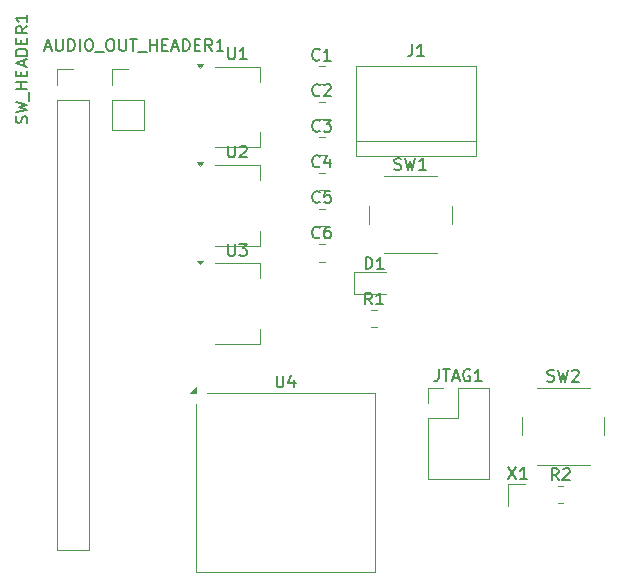
<source format=gbr>
%TF.GenerationSoftware,KiCad,Pcbnew,8.0.3*%
%TF.CreationDate,2025-04-27T14:59:32+02:00*%
%TF.ProjectId,FPGA_Audio_Board,46504741-5f41-4756-9469-6f5f426f6172,rev?*%
%TF.SameCoordinates,Original*%
%TF.FileFunction,Legend,Top*%
%TF.FilePolarity,Positive*%
%FSLAX46Y46*%
G04 Gerber Fmt 4.6, Leading zero omitted, Abs format (unit mm)*
G04 Created by KiCad (PCBNEW 8.0.3) date 2025-04-27 14:59:32*
%MOMM*%
%LPD*%
G01*
G04 APERTURE LIST*
%ADD10C,0.150000*%
%ADD11C,0.120000*%
G04 APERTURE END LIST*
D10*
X146589405Y-90929819D02*
X146589405Y-89929819D01*
X146589405Y-89929819D02*
X146827500Y-89929819D01*
X146827500Y-89929819D02*
X146970357Y-89977438D01*
X146970357Y-89977438D02*
X147065595Y-90072676D01*
X147065595Y-90072676D02*
X147113214Y-90167914D01*
X147113214Y-90167914D02*
X147160833Y-90358390D01*
X147160833Y-90358390D02*
X147160833Y-90501247D01*
X147160833Y-90501247D02*
X147113214Y-90691723D01*
X147113214Y-90691723D02*
X147065595Y-90786961D01*
X147065595Y-90786961D02*
X146970357Y-90882200D01*
X146970357Y-90882200D02*
X146827500Y-90929819D01*
X146827500Y-90929819D02*
X146589405Y-90929819D01*
X148113214Y-90929819D02*
X147541786Y-90929819D01*
X147827500Y-90929819D02*
X147827500Y-89929819D01*
X147827500Y-89929819D02*
X147732262Y-90072676D01*
X147732262Y-90072676D02*
X147637024Y-90167914D01*
X147637024Y-90167914D02*
X147541786Y-90215533D01*
X158672976Y-107729819D02*
X159339642Y-108729819D01*
X159339642Y-107729819D02*
X158672976Y-108729819D01*
X160244404Y-108729819D02*
X159672976Y-108729819D01*
X159958690Y-108729819D02*
X159958690Y-107729819D01*
X159958690Y-107729819D02*
X159863452Y-107872676D01*
X159863452Y-107872676D02*
X159768214Y-107967914D01*
X159768214Y-107967914D02*
X159672976Y-108015533D01*
X142690833Y-73189580D02*
X142643214Y-73237200D01*
X142643214Y-73237200D02*
X142500357Y-73284819D01*
X142500357Y-73284819D02*
X142405119Y-73284819D01*
X142405119Y-73284819D02*
X142262262Y-73237200D01*
X142262262Y-73237200D02*
X142167024Y-73141961D01*
X142167024Y-73141961D02*
X142119405Y-73046723D01*
X142119405Y-73046723D02*
X142071786Y-72856247D01*
X142071786Y-72856247D02*
X142071786Y-72713390D01*
X142071786Y-72713390D02*
X142119405Y-72522914D01*
X142119405Y-72522914D02*
X142167024Y-72427676D01*
X142167024Y-72427676D02*
X142262262Y-72332438D01*
X142262262Y-72332438D02*
X142405119Y-72284819D01*
X142405119Y-72284819D02*
X142500357Y-72284819D01*
X142500357Y-72284819D02*
X142643214Y-72332438D01*
X142643214Y-72332438D02*
X142690833Y-72380057D01*
X143643214Y-73284819D02*
X143071786Y-73284819D01*
X143357500Y-73284819D02*
X143357500Y-72284819D01*
X143357500Y-72284819D02*
X143262262Y-72427676D01*
X143262262Y-72427676D02*
X143167024Y-72522914D01*
X143167024Y-72522914D02*
X143071786Y-72570533D01*
X161974167Y-100407200D02*
X162117024Y-100454819D01*
X162117024Y-100454819D02*
X162355119Y-100454819D01*
X162355119Y-100454819D02*
X162450357Y-100407200D01*
X162450357Y-100407200D02*
X162497976Y-100359580D01*
X162497976Y-100359580D02*
X162545595Y-100264342D01*
X162545595Y-100264342D02*
X162545595Y-100169104D01*
X162545595Y-100169104D02*
X162497976Y-100073866D01*
X162497976Y-100073866D02*
X162450357Y-100026247D01*
X162450357Y-100026247D02*
X162355119Y-99978628D01*
X162355119Y-99978628D02*
X162164643Y-99931009D01*
X162164643Y-99931009D02*
X162069405Y-99883390D01*
X162069405Y-99883390D02*
X162021786Y-99835771D01*
X162021786Y-99835771D02*
X161974167Y-99740533D01*
X161974167Y-99740533D02*
X161974167Y-99645295D01*
X161974167Y-99645295D02*
X162021786Y-99550057D01*
X162021786Y-99550057D02*
X162069405Y-99502438D01*
X162069405Y-99502438D02*
X162164643Y-99454819D01*
X162164643Y-99454819D02*
X162402738Y-99454819D01*
X162402738Y-99454819D02*
X162545595Y-99502438D01*
X162878929Y-99454819D02*
X163117024Y-100454819D01*
X163117024Y-100454819D02*
X163307500Y-99740533D01*
X163307500Y-99740533D02*
X163497976Y-100454819D01*
X163497976Y-100454819D02*
X163736072Y-99454819D01*
X164069405Y-99550057D02*
X164117024Y-99502438D01*
X164117024Y-99502438D02*
X164212262Y-99454819D01*
X164212262Y-99454819D02*
X164450357Y-99454819D01*
X164450357Y-99454819D02*
X164545595Y-99502438D01*
X164545595Y-99502438D02*
X164593214Y-99550057D01*
X164593214Y-99550057D02*
X164640833Y-99645295D01*
X164640833Y-99645295D02*
X164640833Y-99740533D01*
X164640833Y-99740533D02*
X164593214Y-99883390D01*
X164593214Y-99883390D02*
X164021786Y-100454819D01*
X164021786Y-100454819D02*
X164640833Y-100454819D01*
X119452381Y-72169104D02*
X119928571Y-72169104D01*
X119357143Y-72454819D02*
X119690476Y-71454819D01*
X119690476Y-71454819D02*
X120023809Y-72454819D01*
X120357143Y-71454819D02*
X120357143Y-72264342D01*
X120357143Y-72264342D02*
X120404762Y-72359580D01*
X120404762Y-72359580D02*
X120452381Y-72407200D01*
X120452381Y-72407200D02*
X120547619Y-72454819D01*
X120547619Y-72454819D02*
X120738095Y-72454819D01*
X120738095Y-72454819D02*
X120833333Y-72407200D01*
X120833333Y-72407200D02*
X120880952Y-72359580D01*
X120880952Y-72359580D02*
X120928571Y-72264342D01*
X120928571Y-72264342D02*
X120928571Y-71454819D01*
X121404762Y-72454819D02*
X121404762Y-71454819D01*
X121404762Y-71454819D02*
X121642857Y-71454819D01*
X121642857Y-71454819D02*
X121785714Y-71502438D01*
X121785714Y-71502438D02*
X121880952Y-71597676D01*
X121880952Y-71597676D02*
X121928571Y-71692914D01*
X121928571Y-71692914D02*
X121976190Y-71883390D01*
X121976190Y-71883390D02*
X121976190Y-72026247D01*
X121976190Y-72026247D02*
X121928571Y-72216723D01*
X121928571Y-72216723D02*
X121880952Y-72311961D01*
X121880952Y-72311961D02*
X121785714Y-72407200D01*
X121785714Y-72407200D02*
X121642857Y-72454819D01*
X121642857Y-72454819D02*
X121404762Y-72454819D01*
X122404762Y-72454819D02*
X122404762Y-71454819D01*
X123071428Y-71454819D02*
X123261904Y-71454819D01*
X123261904Y-71454819D02*
X123357142Y-71502438D01*
X123357142Y-71502438D02*
X123452380Y-71597676D01*
X123452380Y-71597676D02*
X123499999Y-71788152D01*
X123499999Y-71788152D02*
X123499999Y-72121485D01*
X123499999Y-72121485D02*
X123452380Y-72311961D01*
X123452380Y-72311961D02*
X123357142Y-72407200D01*
X123357142Y-72407200D02*
X123261904Y-72454819D01*
X123261904Y-72454819D02*
X123071428Y-72454819D01*
X123071428Y-72454819D02*
X122976190Y-72407200D01*
X122976190Y-72407200D02*
X122880952Y-72311961D01*
X122880952Y-72311961D02*
X122833333Y-72121485D01*
X122833333Y-72121485D02*
X122833333Y-71788152D01*
X122833333Y-71788152D02*
X122880952Y-71597676D01*
X122880952Y-71597676D02*
X122976190Y-71502438D01*
X122976190Y-71502438D02*
X123071428Y-71454819D01*
X123690476Y-72550057D02*
X124452380Y-72550057D01*
X124880952Y-71454819D02*
X125071428Y-71454819D01*
X125071428Y-71454819D02*
X125166666Y-71502438D01*
X125166666Y-71502438D02*
X125261904Y-71597676D01*
X125261904Y-71597676D02*
X125309523Y-71788152D01*
X125309523Y-71788152D02*
X125309523Y-72121485D01*
X125309523Y-72121485D02*
X125261904Y-72311961D01*
X125261904Y-72311961D02*
X125166666Y-72407200D01*
X125166666Y-72407200D02*
X125071428Y-72454819D01*
X125071428Y-72454819D02*
X124880952Y-72454819D01*
X124880952Y-72454819D02*
X124785714Y-72407200D01*
X124785714Y-72407200D02*
X124690476Y-72311961D01*
X124690476Y-72311961D02*
X124642857Y-72121485D01*
X124642857Y-72121485D02*
X124642857Y-71788152D01*
X124642857Y-71788152D02*
X124690476Y-71597676D01*
X124690476Y-71597676D02*
X124785714Y-71502438D01*
X124785714Y-71502438D02*
X124880952Y-71454819D01*
X125738095Y-71454819D02*
X125738095Y-72264342D01*
X125738095Y-72264342D02*
X125785714Y-72359580D01*
X125785714Y-72359580D02*
X125833333Y-72407200D01*
X125833333Y-72407200D02*
X125928571Y-72454819D01*
X125928571Y-72454819D02*
X126119047Y-72454819D01*
X126119047Y-72454819D02*
X126214285Y-72407200D01*
X126214285Y-72407200D02*
X126261904Y-72359580D01*
X126261904Y-72359580D02*
X126309523Y-72264342D01*
X126309523Y-72264342D02*
X126309523Y-71454819D01*
X126642857Y-71454819D02*
X127214285Y-71454819D01*
X126928571Y-72454819D02*
X126928571Y-71454819D01*
X127309524Y-72550057D02*
X128071428Y-72550057D01*
X128309524Y-72454819D02*
X128309524Y-71454819D01*
X128309524Y-71931009D02*
X128880952Y-71931009D01*
X128880952Y-72454819D02*
X128880952Y-71454819D01*
X129357143Y-71931009D02*
X129690476Y-71931009D01*
X129833333Y-72454819D02*
X129357143Y-72454819D01*
X129357143Y-72454819D02*
X129357143Y-71454819D01*
X129357143Y-71454819D02*
X129833333Y-71454819D01*
X130214286Y-72169104D02*
X130690476Y-72169104D01*
X130119048Y-72454819D02*
X130452381Y-71454819D01*
X130452381Y-71454819D02*
X130785714Y-72454819D01*
X131119048Y-72454819D02*
X131119048Y-71454819D01*
X131119048Y-71454819D02*
X131357143Y-71454819D01*
X131357143Y-71454819D02*
X131500000Y-71502438D01*
X131500000Y-71502438D02*
X131595238Y-71597676D01*
X131595238Y-71597676D02*
X131642857Y-71692914D01*
X131642857Y-71692914D02*
X131690476Y-71883390D01*
X131690476Y-71883390D02*
X131690476Y-72026247D01*
X131690476Y-72026247D02*
X131642857Y-72216723D01*
X131642857Y-72216723D02*
X131595238Y-72311961D01*
X131595238Y-72311961D02*
X131500000Y-72407200D01*
X131500000Y-72407200D02*
X131357143Y-72454819D01*
X131357143Y-72454819D02*
X131119048Y-72454819D01*
X132119048Y-71931009D02*
X132452381Y-71931009D01*
X132595238Y-72454819D02*
X132119048Y-72454819D01*
X132119048Y-72454819D02*
X132119048Y-71454819D01*
X132119048Y-71454819D02*
X132595238Y-71454819D01*
X133595238Y-72454819D02*
X133261905Y-71978628D01*
X133023810Y-72454819D02*
X133023810Y-71454819D01*
X133023810Y-71454819D02*
X133404762Y-71454819D01*
X133404762Y-71454819D02*
X133500000Y-71502438D01*
X133500000Y-71502438D02*
X133547619Y-71550057D01*
X133547619Y-71550057D02*
X133595238Y-71645295D01*
X133595238Y-71645295D02*
X133595238Y-71788152D01*
X133595238Y-71788152D02*
X133547619Y-71883390D01*
X133547619Y-71883390D02*
X133500000Y-71931009D01*
X133500000Y-71931009D02*
X133404762Y-71978628D01*
X133404762Y-71978628D02*
X133023810Y-71978628D01*
X134547619Y-72454819D02*
X133976191Y-72454819D01*
X134261905Y-72454819D02*
X134261905Y-71454819D01*
X134261905Y-71454819D02*
X134166667Y-71597676D01*
X134166667Y-71597676D02*
X134071429Y-71692914D01*
X134071429Y-71692914D02*
X133976191Y-71740533D01*
X147120833Y-93924819D02*
X146787500Y-93448628D01*
X146549405Y-93924819D02*
X146549405Y-92924819D01*
X146549405Y-92924819D02*
X146930357Y-92924819D01*
X146930357Y-92924819D02*
X147025595Y-92972438D01*
X147025595Y-92972438D02*
X147073214Y-93020057D01*
X147073214Y-93020057D02*
X147120833Y-93115295D01*
X147120833Y-93115295D02*
X147120833Y-93258152D01*
X147120833Y-93258152D02*
X147073214Y-93353390D01*
X147073214Y-93353390D02*
X147025595Y-93401009D01*
X147025595Y-93401009D02*
X146930357Y-93448628D01*
X146930357Y-93448628D02*
X146549405Y-93448628D01*
X148073214Y-93924819D02*
X147501786Y-93924819D01*
X147787500Y-93924819D02*
X147787500Y-92924819D01*
X147787500Y-92924819D02*
X147692262Y-93067676D01*
X147692262Y-93067676D02*
X147597024Y-93162914D01*
X147597024Y-93162914D02*
X147501786Y-93210533D01*
X142690833Y-88239580D02*
X142643214Y-88287200D01*
X142643214Y-88287200D02*
X142500357Y-88334819D01*
X142500357Y-88334819D02*
X142405119Y-88334819D01*
X142405119Y-88334819D02*
X142262262Y-88287200D01*
X142262262Y-88287200D02*
X142167024Y-88191961D01*
X142167024Y-88191961D02*
X142119405Y-88096723D01*
X142119405Y-88096723D02*
X142071786Y-87906247D01*
X142071786Y-87906247D02*
X142071786Y-87763390D01*
X142071786Y-87763390D02*
X142119405Y-87572914D01*
X142119405Y-87572914D02*
X142167024Y-87477676D01*
X142167024Y-87477676D02*
X142262262Y-87382438D01*
X142262262Y-87382438D02*
X142405119Y-87334819D01*
X142405119Y-87334819D02*
X142500357Y-87334819D01*
X142500357Y-87334819D02*
X142643214Y-87382438D01*
X142643214Y-87382438D02*
X142690833Y-87430057D01*
X143547976Y-87334819D02*
X143357500Y-87334819D01*
X143357500Y-87334819D02*
X143262262Y-87382438D01*
X143262262Y-87382438D02*
X143214643Y-87430057D01*
X143214643Y-87430057D02*
X143119405Y-87572914D01*
X143119405Y-87572914D02*
X143071786Y-87763390D01*
X143071786Y-87763390D02*
X143071786Y-88144342D01*
X143071786Y-88144342D02*
X143119405Y-88239580D01*
X143119405Y-88239580D02*
X143167024Y-88287200D01*
X143167024Y-88287200D02*
X143262262Y-88334819D01*
X143262262Y-88334819D02*
X143452738Y-88334819D01*
X143452738Y-88334819D02*
X143547976Y-88287200D01*
X143547976Y-88287200D02*
X143595595Y-88239580D01*
X143595595Y-88239580D02*
X143643214Y-88144342D01*
X143643214Y-88144342D02*
X143643214Y-87906247D01*
X143643214Y-87906247D02*
X143595595Y-87811009D01*
X143595595Y-87811009D02*
X143547976Y-87763390D01*
X143547976Y-87763390D02*
X143452738Y-87715771D01*
X143452738Y-87715771D02*
X143262262Y-87715771D01*
X143262262Y-87715771D02*
X143167024Y-87763390D01*
X143167024Y-87763390D02*
X143119405Y-87811009D01*
X143119405Y-87811009D02*
X143071786Y-87906247D01*
X134945595Y-88809819D02*
X134945595Y-89619342D01*
X134945595Y-89619342D02*
X134993214Y-89714580D01*
X134993214Y-89714580D02*
X135040833Y-89762200D01*
X135040833Y-89762200D02*
X135136071Y-89809819D01*
X135136071Y-89809819D02*
X135326547Y-89809819D01*
X135326547Y-89809819D02*
X135421785Y-89762200D01*
X135421785Y-89762200D02*
X135469404Y-89714580D01*
X135469404Y-89714580D02*
X135517023Y-89619342D01*
X135517023Y-89619342D02*
X135517023Y-88809819D01*
X135897976Y-88809819D02*
X136517023Y-88809819D01*
X136517023Y-88809819D02*
X136183690Y-89190771D01*
X136183690Y-89190771D02*
X136326547Y-89190771D01*
X136326547Y-89190771D02*
X136421785Y-89238390D01*
X136421785Y-89238390D02*
X136469404Y-89286009D01*
X136469404Y-89286009D02*
X136517023Y-89381247D01*
X136517023Y-89381247D02*
X136517023Y-89619342D01*
X136517023Y-89619342D02*
X136469404Y-89714580D01*
X136469404Y-89714580D02*
X136421785Y-89762200D01*
X136421785Y-89762200D02*
X136326547Y-89809819D01*
X136326547Y-89809819D02*
X136040833Y-89809819D01*
X136040833Y-89809819D02*
X135945595Y-89762200D01*
X135945595Y-89762200D02*
X135897976Y-89714580D01*
X117907200Y-78571428D02*
X117954819Y-78428571D01*
X117954819Y-78428571D02*
X117954819Y-78190476D01*
X117954819Y-78190476D02*
X117907200Y-78095238D01*
X117907200Y-78095238D02*
X117859580Y-78047619D01*
X117859580Y-78047619D02*
X117764342Y-78000000D01*
X117764342Y-78000000D02*
X117669104Y-78000000D01*
X117669104Y-78000000D02*
X117573866Y-78047619D01*
X117573866Y-78047619D02*
X117526247Y-78095238D01*
X117526247Y-78095238D02*
X117478628Y-78190476D01*
X117478628Y-78190476D02*
X117431009Y-78380952D01*
X117431009Y-78380952D02*
X117383390Y-78476190D01*
X117383390Y-78476190D02*
X117335771Y-78523809D01*
X117335771Y-78523809D02*
X117240533Y-78571428D01*
X117240533Y-78571428D02*
X117145295Y-78571428D01*
X117145295Y-78571428D02*
X117050057Y-78523809D01*
X117050057Y-78523809D02*
X117002438Y-78476190D01*
X117002438Y-78476190D02*
X116954819Y-78380952D01*
X116954819Y-78380952D02*
X116954819Y-78142857D01*
X116954819Y-78142857D02*
X117002438Y-78000000D01*
X116954819Y-77666666D02*
X117954819Y-77428571D01*
X117954819Y-77428571D02*
X117240533Y-77238095D01*
X117240533Y-77238095D02*
X117954819Y-77047619D01*
X117954819Y-77047619D02*
X116954819Y-76809524D01*
X118050057Y-76666667D02*
X118050057Y-75904762D01*
X117954819Y-75666666D02*
X116954819Y-75666666D01*
X117431009Y-75666666D02*
X117431009Y-75095238D01*
X117954819Y-75095238D02*
X116954819Y-75095238D01*
X117431009Y-74619047D02*
X117431009Y-74285714D01*
X117954819Y-74142857D02*
X117954819Y-74619047D01*
X117954819Y-74619047D02*
X116954819Y-74619047D01*
X116954819Y-74619047D02*
X116954819Y-74142857D01*
X117669104Y-73761904D02*
X117669104Y-73285714D01*
X117954819Y-73857142D02*
X116954819Y-73523809D01*
X116954819Y-73523809D02*
X117954819Y-73190476D01*
X117954819Y-72857142D02*
X116954819Y-72857142D01*
X116954819Y-72857142D02*
X116954819Y-72619047D01*
X116954819Y-72619047D02*
X117002438Y-72476190D01*
X117002438Y-72476190D02*
X117097676Y-72380952D01*
X117097676Y-72380952D02*
X117192914Y-72333333D01*
X117192914Y-72333333D02*
X117383390Y-72285714D01*
X117383390Y-72285714D02*
X117526247Y-72285714D01*
X117526247Y-72285714D02*
X117716723Y-72333333D01*
X117716723Y-72333333D02*
X117811961Y-72380952D01*
X117811961Y-72380952D02*
X117907200Y-72476190D01*
X117907200Y-72476190D02*
X117954819Y-72619047D01*
X117954819Y-72619047D02*
X117954819Y-72857142D01*
X117431009Y-71857142D02*
X117431009Y-71523809D01*
X117954819Y-71380952D02*
X117954819Y-71857142D01*
X117954819Y-71857142D02*
X116954819Y-71857142D01*
X116954819Y-71857142D02*
X116954819Y-71380952D01*
X117954819Y-70380952D02*
X117478628Y-70714285D01*
X117954819Y-70952380D02*
X116954819Y-70952380D01*
X116954819Y-70952380D02*
X116954819Y-70571428D01*
X116954819Y-70571428D02*
X117002438Y-70476190D01*
X117002438Y-70476190D02*
X117050057Y-70428571D01*
X117050057Y-70428571D02*
X117145295Y-70380952D01*
X117145295Y-70380952D02*
X117288152Y-70380952D01*
X117288152Y-70380952D02*
X117383390Y-70428571D01*
X117383390Y-70428571D02*
X117431009Y-70476190D01*
X117431009Y-70476190D02*
X117478628Y-70571428D01*
X117478628Y-70571428D02*
X117478628Y-70952380D01*
X117954819Y-69428571D02*
X117954819Y-69999999D01*
X117954819Y-69714285D02*
X116954819Y-69714285D01*
X116954819Y-69714285D02*
X117097676Y-69809523D01*
X117097676Y-69809523D02*
X117192914Y-69904761D01*
X117192914Y-69904761D02*
X117240533Y-69999999D01*
X142690833Y-85229580D02*
X142643214Y-85277200D01*
X142643214Y-85277200D02*
X142500357Y-85324819D01*
X142500357Y-85324819D02*
X142405119Y-85324819D01*
X142405119Y-85324819D02*
X142262262Y-85277200D01*
X142262262Y-85277200D02*
X142167024Y-85181961D01*
X142167024Y-85181961D02*
X142119405Y-85086723D01*
X142119405Y-85086723D02*
X142071786Y-84896247D01*
X142071786Y-84896247D02*
X142071786Y-84753390D01*
X142071786Y-84753390D02*
X142119405Y-84562914D01*
X142119405Y-84562914D02*
X142167024Y-84467676D01*
X142167024Y-84467676D02*
X142262262Y-84372438D01*
X142262262Y-84372438D02*
X142405119Y-84324819D01*
X142405119Y-84324819D02*
X142500357Y-84324819D01*
X142500357Y-84324819D02*
X142643214Y-84372438D01*
X142643214Y-84372438D02*
X142690833Y-84420057D01*
X143595595Y-84324819D02*
X143119405Y-84324819D01*
X143119405Y-84324819D02*
X143071786Y-84801009D01*
X143071786Y-84801009D02*
X143119405Y-84753390D01*
X143119405Y-84753390D02*
X143214643Y-84705771D01*
X143214643Y-84705771D02*
X143452738Y-84705771D01*
X143452738Y-84705771D02*
X143547976Y-84753390D01*
X143547976Y-84753390D02*
X143595595Y-84801009D01*
X143595595Y-84801009D02*
X143643214Y-84896247D01*
X143643214Y-84896247D02*
X143643214Y-85134342D01*
X143643214Y-85134342D02*
X143595595Y-85229580D01*
X143595595Y-85229580D02*
X143547976Y-85277200D01*
X143547976Y-85277200D02*
X143452738Y-85324819D01*
X143452738Y-85324819D02*
X143214643Y-85324819D01*
X143214643Y-85324819D02*
X143119405Y-85277200D01*
X143119405Y-85277200D02*
X143071786Y-85229580D01*
X162920833Y-108804819D02*
X162587500Y-108328628D01*
X162349405Y-108804819D02*
X162349405Y-107804819D01*
X162349405Y-107804819D02*
X162730357Y-107804819D01*
X162730357Y-107804819D02*
X162825595Y-107852438D01*
X162825595Y-107852438D02*
X162873214Y-107900057D01*
X162873214Y-107900057D02*
X162920833Y-107995295D01*
X162920833Y-107995295D02*
X162920833Y-108138152D01*
X162920833Y-108138152D02*
X162873214Y-108233390D01*
X162873214Y-108233390D02*
X162825595Y-108281009D01*
X162825595Y-108281009D02*
X162730357Y-108328628D01*
X162730357Y-108328628D02*
X162349405Y-108328628D01*
X163301786Y-107900057D02*
X163349405Y-107852438D01*
X163349405Y-107852438D02*
X163444643Y-107804819D01*
X163444643Y-107804819D02*
X163682738Y-107804819D01*
X163682738Y-107804819D02*
X163777976Y-107852438D01*
X163777976Y-107852438D02*
X163825595Y-107900057D01*
X163825595Y-107900057D02*
X163873214Y-107995295D01*
X163873214Y-107995295D02*
X163873214Y-108090533D01*
X163873214Y-108090533D02*
X163825595Y-108233390D01*
X163825595Y-108233390D02*
X163254167Y-108804819D01*
X163254167Y-108804819D02*
X163873214Y-108804819D01*
X150524166Y-71904819D02*
X150524166Y-72619104D01*
X150524166Y-72619104D02*
X150476547Y-72761961D01*
X150476547Y-72761961D02*
X150381309Y-72857200D01*
X150381309Y-72857200D02*
X150238452Y-72904819D01*
X150238452Y-72904819D02*
X150143214Y-72904819D01*
X151524166Y-72904819D02*
X150952738Y-72904819D01*
X151238452Y-72904819D02*
X151238452Y-71904819D01*
X151238452Y-71904819D02*
X151143214Y-72047676D01*
X151143214Y-72047676D02*
X151047976Y-72142914D01*
X151047976Y-72142914D02*
X150952738Y-72190533D01*
X139045595Y-99954819D02*
X139045595Y-100764342D01*
X139045595Y-100764342D02*
X139093214Y-100859580D01*
X139093214Y-100859580D02*
X139140833Y-100907200D01*
X139140833Y-100907200D02*
X139236071Y-100954819D01*
X139236071Y-100954819D02*
X139426547Y-100954819D01*
X139426547Y-100954819D02*
X139521785Y-100907200D01*
X139521785Y-100907200D02*
X139569404Y-100859580D01*
X139569404Y-100859580D02*
X139617023Y-100764342D01*
X139617023Y-100764342D02*
X139617023Y-99954819D01*
X140521785Y-100288152D02*
X140521785Y-100954819D01*
X140283690Y-99907200D02*
X140045595Y-100621485D01*
X140045595Y-100621485D02*
X140664642Y-100621485D01*
X134945595Y-80484819D02*
X134945595Y-81294342D01*
X134945595Y-81294342D02*
X134993214Y-81389580D01*
X134993214Y-81389580D02*
X135040833Y-81437200D01*
X135040833Y-81437200D02*
X135136071Y-81484819D01*
X135136071Y-81484819D02*
X135326547Y-81484819D01*
X135326547Y-81484819D02*
X135421785Y-81437200D01*
X135421785Y-81437200D02*
X135469404Y-81389580D01*
X135469404Y-81389580D02*
X135517023Y-81294342D01*
X135517023Y-81294342D02*
X135517023Y-80484819D01*
X135945595Y-80580057D02*
X135993214Y-80532438D01*
X135993214Y-80532438D02*
X136088452Y-80484819D01*
X136088452Y-80484819D02*
X136326547Y-80484819D01*
X136326547Y-80484819D02*
X136421785Y-80532438D01*
X136421785Y-80532438D02*
X136469404Y-80580057D01*
X136469404Y-80580057D02*
X136517023Y-80675295D01*
X136517023Y-80675295D02*
X136517023Y-80770533D01*
X136517023Y-80770533D02*
X136469404Y-80913390D01*
X136469404Y-80913390D02*
X135897976Y-81484819D01*
X135897976Y-81484819D02*
X136517023Y-81484819D01*
X142690833Y-76199580D02*
X142643214Y-76247200D01*
X142643214Y-76247200D02*
X142500357Y-76294819D01*
X142500357Y-76294819D02*
X142405119Y-76294819D01*
X142405119Y-76294819D02*
X142262262Y-76247200D01*
X142262262Y-76247200D02*
X142167024Y-76151961D01*
X142167024Y-76151961D02*
X142119405Y-76056723D01*
X142119405Y-76056723D02*
X142071786Y-75866247D01*
X142071786Y-75866247D02*
X142071786Y-75723390D01*
X142071786Y-75723390D02*
X142119405Y-75532914D01*
X142119405Y-75532914D02*
X142167024Y-75437676D01*
X142167024Y-75437676D02*
X142262262Y-75342438D01*
X142262262Y-75342438D02*
X142405119Y-75294819D01*
X142405119Y-75294819D02*
X142500357Y-75294819D01*
X142500357Y-75294819D02*
X142643214Y-75342438D01*
X142643214Y-75342438D02*
X142690833Y-75390057D01*
X143071786Y-75390057D02*
X143119405Y-75342438D01*
X143119405Y-75342438D02*
X143214643Y-75294819D01*
X143214643Y-75294819D02*
X143452738Y-75294819D01*
X143452738Y-75294819D02*
X143547976Y-75342438D01*
X143547976Y-75342438D02*
X143595595Y-75390057D01*
X143595595Y-75390057D02*
X143643214Y-75485295D01*
X143643214Y-75485295D02*
X143643214Y-75580533D01*
X143643214Y-75580533D02*
X143595595Y-75723390D01*
X143595595Y-75723390D02*
X143024167Y-76294819D01*
X143024167Y-76294819D02*
X143643214Y-76294819D01*
X149024167Y-82487200D02*
X149167024Y-82534819D01*
X149167024Y-82534819D02*
X149405119Y-82534819D01*
X149405119Y-82534819D02*
X149500357Y-82487200D01*
X149500357Y-82487200D02*
X149547976Y-82439580D01*
X149547976Y-82439580D02*
X149595595Y-82344342D01*
X149595595Y-82344342D02*
X149595595Y-82249104D01*
X149595595Y-82249104D02*
X149547976Y-82153866D01*
X149547976Y-82153866D02*
X149500357Y-82106247D01*
X149500357Y-82106247D02*
X149405119Y-82058628D01*
X149405119Y-82058628D02*
X149214643Y-82011009D01*
X149214643Y-82011009D02*
X149119405Y-81963390D01*
X149119405Y-81963390D02*
X149071786Y-81915771D01*
X149071786Y-81915771D02*
X149024167Y-81820533D01*
X149024167Y-81820533D02*
X149024167Y-81725295D01*
X149024167Y-81725295D02*
X149071786Y-81630057D01*
X149071786Y-81630057D02*
X149119405Y-81582438D01*
X149119405Y-81582438D02*
X149214643Y-81534819D01*
X149214643Y-81534819D02*
X149452738Y-81534819D01*
X149452738Y-81534819D02*
X149595595Y-81582438D01*
X149928929Y-81534819D02*
X150167024Y-82534819D01*
X150167024Y-82534819D02*
X150357500Y-81820533D01*
X150357500Y-81820533D02*
X150547976Y-82534819D01*
X150547976Y-82534819D02*
X150786072Y-81534819D01*
X151690833Y-82534819D02*
X151119405Y-82534819D01*
X151405119Y-82534819D02*
X151405119Y-81534819D01*
X151405119Y-81534819D02*
X151309881Y-81677676D01*
X151309881Y-81677676D02*
X151214643Y-81772914D01*
X151214643Y-81772914D02*
X151119405Y-81820533D01*
X152784642Y-99424819D02*
X152784642Y-100139104D01*
X152784642Y-100139104D02*
X152737023Y-100281961D01*
X152737023Y-100281961D02*
X152641785Y-100377200D01*
X152641785Y-100377200D02*
X152498928Y-100424819D01*
X152498928Y-100424819D02*
X152403690Y-100424819D01*
X153117976Y-99424819D02*
X153689404Y-99424819D01*
X153403690Y-100424819D02*
X153403690Y-99424819D01*
X153975119Y-100139104D02*
X154451309Y-100139104D01*
X153879881Y-100424819D02*
X154213214Y-99424819D01*
X154213214Y-99424819D02*
X154546547Y-100424819D01*
X155403690Y-99472438D02*
X155308452Y-99424819D01*
X155308452Y-99424819D02*
X155165595Y-99424819D01*
X155165595Y-99424819D02*
X155022738Y-99472438D01*
X155022738Y-99472438D02*
X154927500Y-99567676D01*
X154927500Y-99567676D02*
X154879881Y-99662914D01*
X154879881Y-99662914D02*
X154832262Y-99853390D01*
X154832262Y-99853390D02*
X154832262Y-99996247D01*
X154832262Y-99996247D02*
X154879881Y-100186723D01*
X154879881Y-100186723D02*
X154927500Y-100281961D01*
X154927500Y-100281961D02*
X155022738Y-100377200D01*
X155022738Y-100377200D02*
X155165595Y-100424819D01*
X155165595Y-100424819D02*
X155260833Y-100424819D01*
X155260833Y-100424819D02*
X155403690Y-100377200D01*
X155403690Y-100377200D02*
X155451309Y-100329580D01*
X155451309Y-100329580D02*
X155451309Y-99996247D01*
X155451309Y-99996247D02*
X155260833Y-99996247D01*
X156403690Y-100424819D02*
X155832262Y-100424819D01*
X156117976Y-100424819D02*
X156117976Y-99424819D01*
X156117976Y-99424819D02*
X156022738Y-99567676D01*
X156022738Y-99567676D02*
X155927500Y-99662914D01*
X155927500Y-99662914D02*
X155832262Y-99710533D01*
X142690833Y-79209580D02*
X142643214Y-79257200D01*
X142643214Y-79257200D02*
X142500357Y-79304819D01*
X142500357Y-79304819D02*
X142405119Y-79304819D01*
X142405119Y-79304819D02*
X142262262Y-79257200D01*
X142262262Y-79257200D02*
X142167024Y-79161961D01*
X142167024Y-79161961D02*
X142119405Y-79066723D01*
X142119405Y-79066723D02*
X142071786Y-78876247D01*
X142071786Y-78876247D02*
X142071786Y-78733390D01*
X142071786Y-78733390D02*
X142119405Y-78542914D01*
X142119405Y-78542914D02*
X142167024Y-78447676D01*
X142167024Y-78447676D02*
X142262262Y-78352438D01*
X142262262Y-78352438D02*
X142405119Y-78304819D01*
X142405119Y-78304819D02*
X142500357Y-78304819D01*
X142500357Y-78304819D02*
X142643214Y-78352438D01*
X142643214Y-78352438D02*
X142690833Y-78400057D01*
X143024167Y-78304819D02*
X143643214Y-78304819D01*
X143643214Y-78304819D02*
X143309881Y-78685771D01*
X143309881Y-78685771D02*
X143452738Y-78685771D01*
X143452738Y-78685771D02*
X143547976Y-78733390D01*
X143547976Y-78733390D02*
X143595595Y-78781009D01*
X143595595Y-78781009D02*
X143643214Y-78876247D01*
X143643214Y-78876247D02*
X143643214Y-79114342D01*
X143643214Y-79114342D02*
X143595595Y-79209580D01*
X143595595Y-79209580D02*
X143547976Y-79257200D01*
X143547976Y-79257200D02*
X143452738Y-79304819D01*
X143452738Y-79304819D02*
X143167024Y-79304819D01*
X143167024Y-79304819D02*
X143071786Y-79257200D01*
X143071786Y-79257200D02*
X143024167Y-79209580D01*
X134945595Y-72159819D02*
X134945595Y-72969342D01*
X134945595Y-72969342D02*
X134993214Y-73064580D01*
X134993214Y-73064580D02*
X135040833Y-73112200D01*
X135040833Y-73112200D02*
X135136071Y-73159819D01*
X135136071Y-73159819D02*
X135326547Y-73159819D01*
X135326547Y-73159819D02*
X135421785Y-73112200D01*
X135421785Y-73112200D02*
X135469404Y-73064580D01*
X135469404Y-73064580D02*
X135517023Y-72969342D01*
X135517023Y-72969342D02*
X135517023Y-72159819D01*
X136517023Y-73159819D02*
X135945595Y-73159819D01*
X136231309Y-73159819D02*
X136231309Y-72159819D01*
X136231309Y-72159819D02*
X136136071Y-72302676D01*
X136136071Y-72302676D02*
X136040833Y-72397914D01*
X136040833Y-72397914D02*
X135945595Y-72445533D01*
X142690833Y-82219580D02*
X142643214Y-82267200D01*
X142643214Y-82267200D02*
X142500357Y-82314819D01*
X142500357Y-82314819D02*
X142405119Y-82314819D01*
X142405119Y-82314819D02*
X142262262Y-82267200D01*
X142262262Y-82267200D02*
X142167024Y-82171961D01*
X142167024Y-82171961D02*
X142119405Y-82076723D01*
X142119405Y-82076723D02*
X142071786Y-81886247D01*
X142071786Y-81886247D02*
X142071786Y-81743390D01*
X142071786Y-81743390D02*
X142119405Y-81552914D01*
X142119405Y-81552914D02*
X142167024Y-81457676D01*
X142167024Y-81457676D02*
X142262262Y-81362438D01*
X142262262Y-81362438D02*
X142405119Y-81314819D01*
X142405119Y-81314819D02*
X142500357Y-81314819D01*
X142500357Y-81314819D02*
X142643214Y-81362438D01*
X142643214Y-81362438D02*
X142690833Y-81410057D01*
X143547976Y-81648152D02*
X143547976Y-82314819D01*
X143309881Y-81267200D02*
X143071786Y-81981485D01*
X143071786Y-81981485D02*
X143690833Y-81981485D01*
D11*
%TO.C,D1*%
X145642500Y-91165000D02*
X145642500Y-93085000D01*
X145642500Y-93085000D02*
X148327500Y-93085000D01*
X148327500Y-91165000D02*
X145642500Y-91165000D01*
%TO.C,X1*%
X158657500Y-109150000D02*
X158657500Y-111000000D01*
X160107500Y-109150000D02*
X158657500Y-109150000D01*
%TO.C,C1*%
X142596248Y-73775000D02*
X143118752Y-73775000D01*
X142596248Y-75245000D02*
X143118752Y-75245000D01*
%TO.C,SW2*%
X159807500Y-103500000D02*
X159807500Y-105000000D01*
X161057500Y-107500000D02*
X165557500Y-107500000D01*
X165557500Y-101000000D02*
X161057500Y-101000000D01*
X166807500Y-105000000D02*
X166807500Y-103500000D01*
%TO.C,AUDIO_OUT_HEADER1*%
X125127500Y-74000000D02*
X126457500Y-74000000D01*
X125127500Y-75330000D02*
X125127500Y-74000000D01*
X125127500Y-76600000D02*
X125127500Y-79200000D01*
X125127500Y-76600000D02*
X127787500Y-76600000D01*
X125127500Y-79200000D02*
X127787500Y-79200000D01*
X127787500Y-76600000D02*
X127787500Y-79200000D01*
%TO.C,R1*%
X147060436Y-94385000D02*
X147514564Y-94385000D01*
X147060436Y-95855000D02*
X147514564Y-95855000D01*
%TO.C,C6*%
X142596248Y-88825000D02*
X143118752Y-88825000D01*
X142596248Y-90295000D02*
X143118752Y-90295000D01*
%TO.C,U3*%
X133857500Y-90445000D02*
X137617500Y-90445000D01*
X133857500Y-97265000D02*
X137617500Y-97265000D01*
X137617500Y-90445000D02*
X137617500Y-91705000D01*
X137617500Y-97265000D02*
X137617500Y-96005000D01*
X132577500Y-90545000D02*
X132337500Y-90215000D01*
X132817500Y-90215000D01*
X132577500Y-90545000D01*
G36*
X132577500Y-90545000D02*
G01*
X132337500Y-90215000D01*
X132817500Y-90215000D01*
X132577500Y-90545000D01*
G37*
%TO.C,SW_HEADER1*%
X120477500Y-74000000D02*
X121807500Y-74000000D01*
X120477500Y-75330000D02*
X120477500Y-74000000D01*
X120477500Y-76600000D02*
X120477500Y-114760000D01*
X120477500Y-76600000D02*
X123137500Y-76600000D01*
X120477500Y-114760000D02*
X123137500Y-114760000D01*
X123137500Y-76600000D02*
X123137500Y-114760000D01*
%TO.C,C5*%
X142596248Y-85815000D02*
X143118752Y-85815000D01*
X142596248Y-87285000D02*
X143118752Y-87285000D01*
%TO.C,R2*%
X162860436Y-109265000D02*
X163314564Y-109265000D01*
X162860436Y-110735000D02*
X163314564Y-110735000D01*
%TO.C,J1*%
X145777500Y-73720000D02*
X145777500Y-81340000D01*
X145777500Y-81340000D02*
X155937500Y-81340000D01*
X155937500Y-73720000D02*
X145777500Y-73720000D01*
X155937500Y-80070000D02*
X145777500Y-80070000D01*
X155937500Y-81340000D02*
X155937500Y-73720000D01*
%TO.C,U4*%
X132197500Y-116610000D02*
X132197500Y-102390000D01*
X133197500Y-101390000D02*
X147417500Y-101390000D01*
X147417500Y-101390000D02*
X147417500Y-116610000D01*
X147417500Y-116610000D02*
X132197500Y-116610000D01*
X132197500Y-101390000D02*
X131697500Y-101390000D01*
X132197500Y-100890000D01*
X132197500Y-101390000D01*
G36*
X132197500Y-101390000D02*
G01*
X131697500Y-101390000D01*
X132197500Y-100890000D01*
X132197500Y-101390000D01*
G37*
%TO.C,U2*%
X133857500Y-82120000D02*
X137617500Y-82120000D01*
X133857500Y-88940000D02*
X137617500Y-88940000D01*
X137617500Y-82120000D02*
X137617500Y-83380000D01*
X137617500Y-88940000D02*
X137617500Y-87680000D01*
X132577500Y-82220000D02*
X132337500Y-81890000D01*
X132817500Y-81890000D01*
X132577500Y-82220000D01*
G36*
X132577500Y-82220000D02*
G01*
X132337500Y-81890000D01*
X132817500Y-81890000D01*
X132577500Y-82220000D01*
G37*
%TO.C,C2*%
X142596248Y-76785000D02*
X143118752Y-76785000D01*
X142596248Y-78255000D02*
X143118752Y-78255000D01*
%TO.C,SW1*%
X146857500Y-85580000D02*
X146857500Y-87080000D01*
X148107500Y-89580000D02*
X152607500Y-89580000D01*
X152607500Y-83080000D02*
X148107500Y-83080000D01*
X153857500Y-87080000D02*
X153857500Y-85580000D01*
%TO.C,JTAG1*%
X151827500Y-100970000D02*
X153157500Y-100970000D01*
X151827500Y-102300000D02*
X151827500Y-100970000D01*
X151827500Y-103570000D02*
X151827500Y-108710000D01*
X151827500Y-103570000D02*
X154427500Y-103570000D01*
X151827500Y-108710000D02*
X157027500Y-108710000D01*
X154427500Y-100970000D02*
X157027500Y-100970000D01*
X154427500Y-103570000D02*
X154427500Y-100970000D01*
X157027500Y-100970000D02*
X157027500Y-108710000D01*
%TO.C,C3*%
X142596248Y-79795000D02*
X143118752Y-79795000D01*
X142596248Y-81265000D02*
X143118752Y-81265000D01*
%TO.C,U1*%
X133857500Y-73795000D02*
X137617500Y-73795000D01*
X133857500Y-80615000D02*
X137617500Y-80615000D01*
X137617500Y-73795000D02*
X137617500Y-75055000D01*
X137617500Y-80615000D02*
X137617500Y-79355000D01*
X132577500Y-73895000D02*
X132337500Y-73565000D01*
X132817500Y-73565000D01*
X132577500Y-73895000D01*
G36*
X132577500Y-73895000D02*
G01*
X132337500Y-73565000D01*
X132817500Y-73565000D01*
X132577500Y-73895000D01*
G37*
%TO.C,C4*%
X142596248Y-82805000D02*
X143118752Y-82805000D01*
X142596248Y-84275000D02*
X143118752Y-84275000D01*
%TD*%
M02*

</source>
